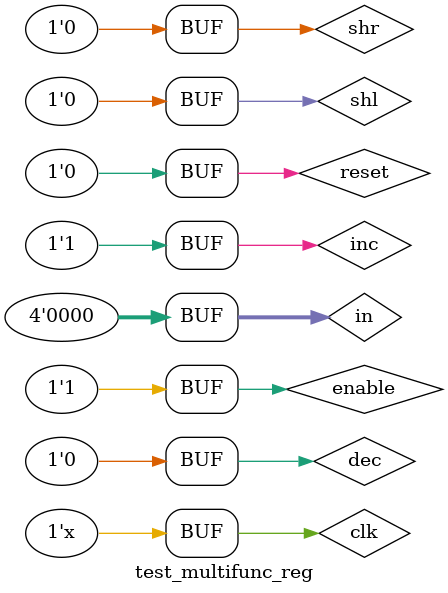
<source format=v>
`timescale 1ns / 1ps


module test_multifunc_reg();
    reg clk, enable, reset, inc, dec, shl, shr;
    reg [3:0] in;
    wire[3:0] out;

multifunc_reg uut (clk, in, enable, reset, inc, dec, shl, shr, out);

always #25 clk = ~clk;

initial
begin
    clk = 0;
    in = 16;
    enable = 0;
    reset = 0;
    inc = 0;
    dec = 0;
    shl = 0;
    shr = 0;
    #50
    inc = 1;
    #50
    enable = 1;
    inc = 1;
    shl = 1;
    #50
    inc = 0;
    shl = 0;
    dec = 1;
    #50
    shr = 1;
    dec = 0;
    #50
    shr = 1;
    #50
    inc = 1;
    shr = 0;
end

endmodule

</source>
